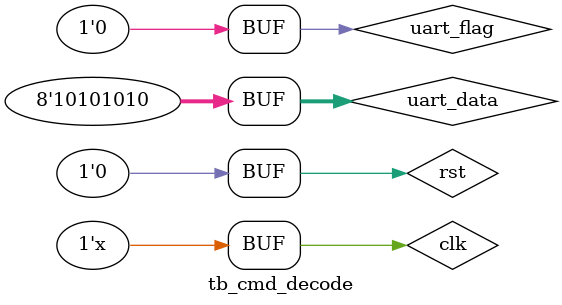
<source format=v>
`timescale 1ns/1ns

module tb_cmd_decode;

reg                     clk;
reg                     rst;

reg                     uart_flag;
reg         [7:0]       uart_data;

wire                    wr_trig;
wire                    rd_trig;
wire                    wfifo_wr_en;
wire      [7:0]         wfifo_data;

initial begin
    clk = 0 ;
    rst = 1 ;
    #100 
    rst = 0 ;
end

always #5 clk = ~clk ; 

initial begin
    uart_flag    <=  0 ;
    uart_data    <=  0 ;
    #200
    uart_flag    <=  1 ;
    uart_data    <=  8'h55;
    #10
    uart_flag    <=  0 ;
    #200
    uart_flag    <=  1 ;
    uart_data    <=  8'h12;
    #10
    uart_flag    <=  0 ;
    #200
    uart_flag    <=  1 ;
    uart_data    <=  8'h34;
    #10
    uart_flag    <=  0 ;

    #200
    uart_flag    <=  1 ;
    uart_data    <=  8'h56;
    #10
    uart_flag    <=  0 ;

    #200
    uart_flag    <=  1 ;
    uart_data    <=  8'h78;
    #10
    uart_flag    <=  0 ;

    #200
    uart_flag    <=  1 ;
    uart_data    <=  8'haa;
    #10
    uart_flag    <=  0 ;
end     

cmd_decode cmd_decode_inst(
    .clk                (clk),
    .rst                (rst),

    .uart_flag          (uart_flag),
    .uart_data          (uart_data),

    .wr_trig            (wr_trig),
    .rd_trig            (rd_trig),
    .wfifo_wr_en        (wfifo_wr_en),
    .wfifo_data         (wfifo_data)
);



endmodule
</source>
